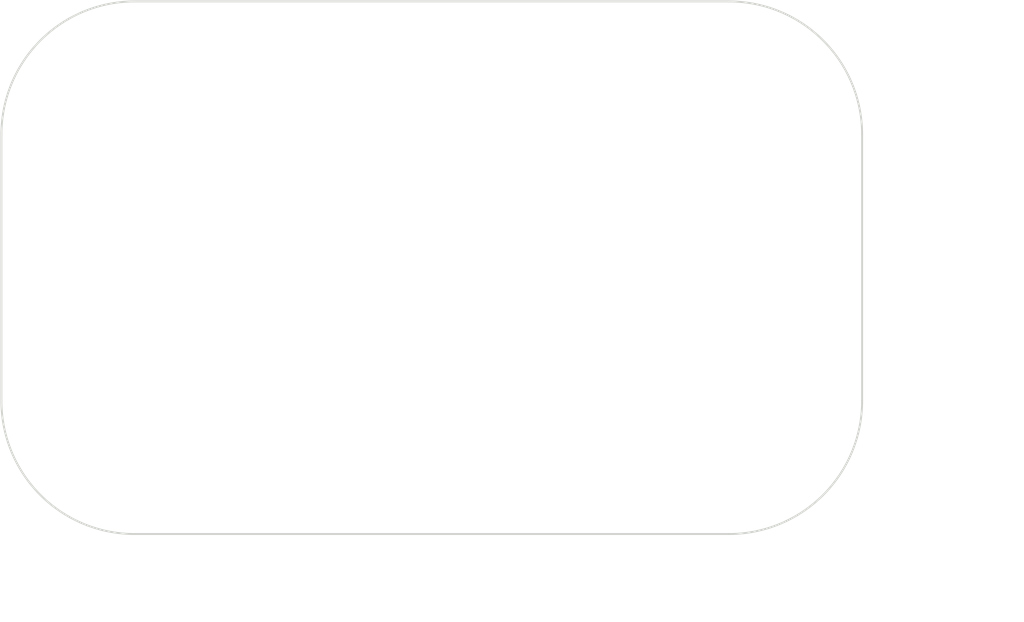
<source format=kicad_pcb>
(kicad_pcb (version 4) (host pcbnew 4.0.7)

  (general
    (links 0)
    (no_connects 0)
    (area 85.899999 41.899999 197.35 109.200001)
    (thickness 1.6)
    (drawings 10)
    (tracks 0)
    (zones 0)
    (modules 0)
    (nets 1)
  )

  (page A4)
  (layers
    (0 F.Cu signal)
    (31 B.Cu signal)
    (32 B.Adhes user)
    (33 F.Adhes user)
    (34 B.Paste user)
    (35 F.Paste user)
    (36 B.SilkS user)
    (37 F.SilkS user)
    (38 B.Mask user)
    (39 F.Mask user)
    (40 Dwgs.User user)
    (41 Cmts.User user)
    (42 Eco1.User user)
    (43 Eco2.User user)
    (44 Edge.Cuts user)
    (45 Margin user)
    (46 B.CrtYd user)
    (47 F.CrtYd user)
    (48 B.Fab user)
    (49 F.Fab user)
  )

  (setup
    (last_trace_width 0.25)
    (trace_clearance 0.2)
    (zone_clearance 0.508)
    (zone_45_only no)
    (trace_min 0.2)
    (segment_width 0.2)
    (edge_width 0.2)
    (via_size 0.6)
    (via_drill 0.4)
    (via_min_size 0.4)
    (via_min_drill 0.3)
    (uvia_size 0.3)
    (uvia_drill 0.1)
    (uvias_allowed no)
    (uvia_min_size 0.2)
    (uvia_min_drill 0.1)
    (pcb_text_width 0.3)
    (pcb_text_size 1.5 1.5)
    (mod_edge_width 0.15)
    (mod_text_size 1 1)
    (mod_text_width 0.15)
    (pad_size 1.524 1.524)
    (pad_drill 0.762)
    (pad_to_mask_clearance 0.2)
    (aux_axis_origin 0 0)
    (visible_elements 7FFFFFFF)
    (pcbplotparams
      (layerselection 0x00030_80000001)
      (usegerberextensions false)
      (excludeedgelayer true)
      (linewidth 0.100000)
      (plotframeref false)
      (viasonmask false)
      (mode 1)
      (useauxorigin false)
      (hpglpennumber 1)
      (hpglpenspeed 20)
      (hpglpendiameter 15)
      (hpglpenoverlay 2)
      (psnegative false)
      (psa4output false)
      (plotreference true)
      (plotvalue true)
      (plotinvisibletext false)
      (padsonsilk false)
      (subtractmaskfromsilk false)
      (outputformat 1)
      (mirror false)
      (drillshape 1)
      (scaleselection 1)
      (outputdirectory ""))
  )

  (net 0 "")

  (net_class Default "This is the default net class."
    (clearance 0.2)
    (trace_width 0.25)
    (via_dia 0.6)
    (via_drill 0.4)
    (uvia_dia 0.3)
    (uvia_drill 0.1)
    (add_net "Net-(BT1-Pad1)")
    (add_net "Net-(BT1-Pad2)")
    (add_net "Net-(BT1-Pad3)")
    (add_net "Net-(BT1-Pad4)")
  )

  (dimension 56 (width 0.3) (layer F.Fab)
    (gr_text "56.000 mm" (at 190.85 70 270) (layer F.Fab)
      (effects (font (size 1.5 1.5) (thickness 0.3)))
    )
    (feature1 (pts (xy 162 98) (xy 192.2 98)))
    (feature2 (pts (xy 162 42) (xy 192.2 42)))
    (crossbar (pts (xy 189.5 42) (xy 189.5 98)))
    (arrow1a (pts (xy 189.5 98) (xy 188.913579 96.873496)))
    (arrow1b (pts (xy 189.5 98) (xy 190.086421 96.873496)))
    (arrow2a (pts (xy 189.5 42) (xy 188.913579 43.126504)))
    (arrow2b (pts (xy 189.5 42) (xy 190.086421 43.126504)))
  )
  (dimension 90.5 (width 0.3) (layer F.Fab)
    (gr_text "90.500 mm" (at 131.25 107.85) (layer F.Fab)
      (effects (font (size 1.5 1.5) (thickness 0.3)))
    )
    (feature1 (pts (xy 176.5 83.5) (xy 176.5 109.2)))
    (feature2 (pts (xy 86 83.5) (xy 86 109.2)))
    (crossbar (pts (xy 86 106.5) (xy 176.5 106.5)))
    (arrow1a (pts (xy 176.5 106.5) (xy 175.373496 107.086421)))
    (arrow1b (pts (xy 176.5 106.5) (xy 175.373496 105.913579)))
    (arrow2a (pts (xy 86 106.5) (xy 87.126504 107.086421)))
    (arrow2b (pts (xy 86 106.5) (xy 87.126504 105.913579)))
  )
  (gr_line (start 100 98) (end 162.5 98) (layer Edge.Cuts) (width 0.2))
  (gr_line (start 86 56) (end 86 84) (layer Edge.Cuts) (width 0.2))
  (gr_line (start 176.5 56) (end 176.5 84) (layer Edge.Cuts) (width 0.2))
  (gr_line (start 100 42) (end 162.5 42) (layer Edge.Cuts) (width 0.2))
  (gr_arc (start 100 84) (end 100 98) (angle 90) (layer Edge.Cuts) (width 0.2) (tstamp 5A01FC69))
  (gr_arc (start 162.5 84) (end 176.5 84) (angle 89.9) (layer Edge.Cuts) (width 0.2) (tstamp 5A01FC68))
  (gr_arc (start 162.5 56) (end 162.5 42) (angle 90) (layer Edge.Cuts) (width 0.2))
  (gr_arc (start 100 56) (end 86 56) (angle 89.9) (layer Edge.Cuts) (width 0.2))

)

</source>
